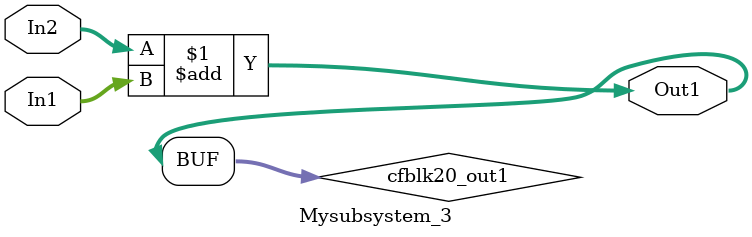
<source format=v>



`timescale 1 ns / 1 ns

module Mysubsystem_3
          (In1,
           In2,
           Out1);


  input   [7:0] In1;  // uint8
  input   [7:0] In2;  // uint8
  output  [7:0] Out1;  // uint8


  wire [7:0] cfblk20_out1;  // uint8


  assign cfblk20_out1 = In2 + In1;



  assign Out1 = cfblk20_out1;

endmodule  // Mysubsystem_3


</source>
